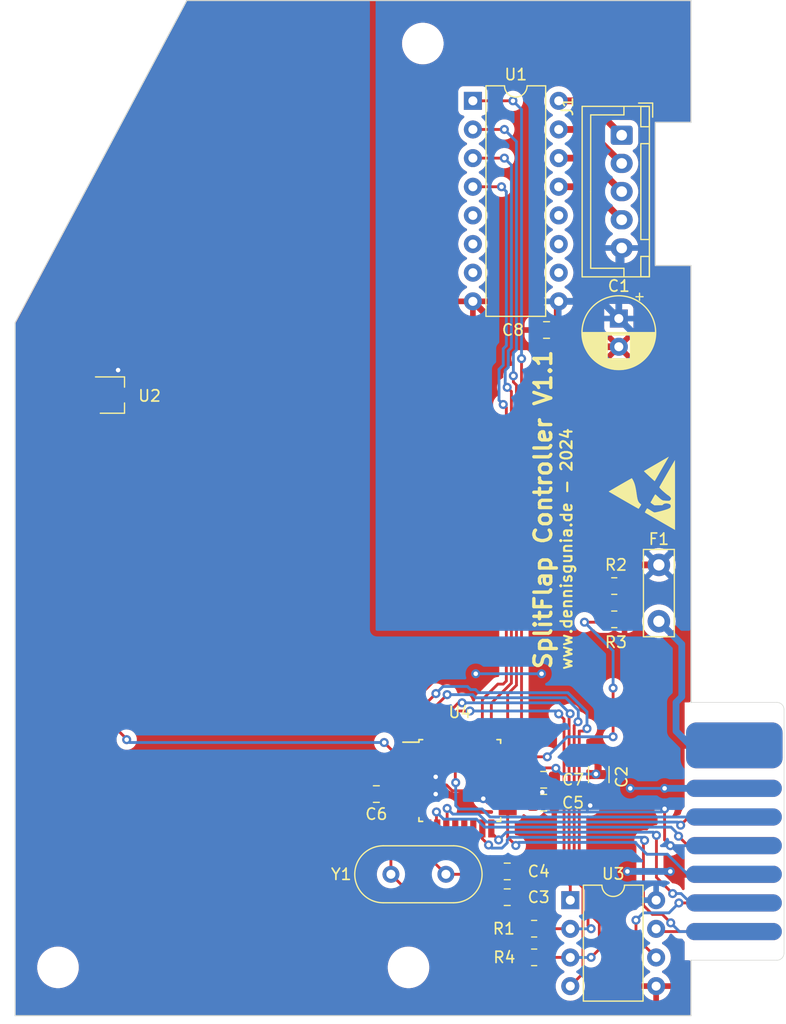
<source format=kicad_pcb>
(kicad_pcb (version 20240108) (generator "pcbnew") (generator_version "8.0")
  (layers (0 "F.Cu" signal) (31 "B.Cu" signal) (34 "B.Paste" user) (35 "F.Paste" user) (36 "B.SilkS" user "B.Silkscreen") (37 "F.SilkS" user "F.Silkscreen") (38 "B.Mask" user) (39 "F.Mask" user) (44 "Edge.Cuts" user))
  (net 0 "")
  (net 1 "+12V")
  (net 2 "GND")
  (net 3 "+5V")
  (net 4 "Net-(J1-Pin_2)")
  (net 5 "Net-(J1-Pin_3)")
  (net 6 "Net-(J1-Pin_4)")
  (net 7 "/BUS_HIGH")
  (net 8 "/BUS_LOW")
  (net 9 "/BUS_RESET")
  (net 10 "/BUS_DETC_IN")
  (net 11 "/BUS_DETC_OUT")
  (net 12 "/GATE_HOME")
  (net 13 "/MOT_A")
  (net 14 "/MOT_B")
  (net 15 "/MOT_C")
  (net 16 "/MOT_D")
  (net 23 "/BUS_RX")
  (net 24 "/BUS_TX")
  (net 25 "/PRG_MOSI")
  (net 26 "/PRG_MISO")
  (net 27 "/PRG_SCK")
  (net 28 "Net-(U4-PB6{slash}XTAL1)")
  (net 29 "Net-(U4-PB7{slash}XTAL2)")
  (net 37 "Net-(J6-Pin_15)")
  (net 38 "Net-(U4-ADC7)")
  (net 39 "Net-(U4-AREF)")
  (net 40 "Net-(J1-Pin_1)")
  (net 41 "/~{BUS_RXE}")
  (net 42 "/~{BUS_TXE}")
  (footprint "Capacitor_SMD:C_1206_3216Metric" (layer "F.Cu") (at 138.176 105.459 90)
    (property "Reference" "C2")
    (property "Value" "10u 16V")
  )
  (footprint "Capacitor_SMD:C_0805_2012Metric" (layer "F.Cu") (at 133.538 66.04 180)
    (property "Reference" "C8")
    (property "Value" "100n")
  )
  (footprint "Capacitor_SMD:C_0805_2012Metric" (layer "F.Cu") (at 130.048 116.332 180)
    (property "Reference" "C3")
    (property "Value" "22p")
  )
  (footprint "Resistor_SMD:R_0805_2012Metric" (layer "F.Cu") (at 139.5495 88.744)
    (property "Reference" "R2")
    (property "Value" "10k")
  )
  (footprint "Crystal:Crystal_HC49-U_Vertical" (layer "F.Cu") (at 119.724 114.3)
    (property "Reference" "Y1")
    (property "Value" "16MHz")
  )
  (footprint "Dennis:Card Edge 16 power" (layer "F.Cu") (at 150.175 119.38 90)
    (property "Reference" "J6" (hide yes))
    (property "Value" "Conn_02x08_Top_Bottom" (hide yes))
    (fp_line (start -2.54 -3.81) (end -2.54 3.81) (stroke (width 0.05)) (layer "Edge.Cuts"))
    (fp_line (start 20.32 3.81) (end 20.32 -3.81) (stroke (width 0.05)) (layer "Edge.Cuts"))
    (fp_line (start -1.905 4.445) (end 19.685 4.445) (stroke (width 0.05)) (layer "Edge.Cuts"))
    (fp_arc (start 20.32 3.81) (mid 20.134013 4.259013) (end 19.685 4.445) (stroke (width 0.05)) (layer "Edge.Cuts"))
    (fp_arc (start -1.905 4.445) (mid -2.354013 4.259013) (end -2.54 3.81) (stroke (width 0.05)) (layer "Edge.Cuts"))
  )
  (footprint "Package_QFP:TQFP-32_7x7mm_P0.8mm" (layer "F.Cu") (at 125.838 105.986)
    (property "Reference" "U4")
    (property "Value" "ATmega8A-A")
  )
  (footprint "Capacitor_THT:CP_Radial_D6.3mm_P2.50mm" (layer "F.Cu") (at 139.954 65.024 -90)
    (property "Reference" "C1")
    (property "Value" "10u 35V")
  )
  (footprint "Resistor_SMD:R_0805_2012Metric" (layer "F.Cu") (at 132.4375 119.126 180)
    (property "Reference" "R1")
    (property "Value" "10k")
  )
  (footprint "Capacitor_SMD:C_0805_2012Metric" (layer "F.Cu") (at 130.048 114.046 180)
    (property "Reference" "C4")
    (property "Value" "22p")
  )
  (footprint "Package_DIP:DIP-16_W7.62mm" (layer "F.Cu") (at 127 45.72)
    (property "Reference" "U1")
    (property "Value" "ULN2003")
  )
  (footprint "Resistor_SMD:R_0805_2012Metric" (layer "F.Cu") (at 132.4375 121.666 180)
    (property "Reference" "R4")
    (property "Value" "10k")
  )
  (footprint "MountingHole:MountingHole_3.2mm_M3" (layer "F.Cu") (at 122.555 40.64)
    (property "Reference" "H3" (hide yes))
    (property "Value" "MountingHole")
  )
  (footprint "Capacitor_SMD:C_0805_2012Metric" (layer "F.Cu") (at 118.43 107.188)
    (property "Reference" "C6")
    (property "Value" "100n")
  )
  (footprint "Package_TO_SOT_SMD:SOT-23W" (layer "F.Cu") (at 95 71.81)
    (property "Reference" "U2")
    (property "Value" "A1101ELHL")
  )
  (footprint "MountingHole:MountingHole_3.2mm_M3" (layer "F.Cu") (at 121.285 122.555)
    (property "Reference" "H1" (hide yes))
    (property "Value" "MountingHole")
  )
  (footprint "Capacitor_SMD:C_0805_2012Metric" (layer "F.Cu") (at 133.284 107.95 180)
    (property "Reference" "C5")
    (property "Value" "100n")
  )
  (footprint "Package_DIP:DIP-8_W7.62mm" (layer "F.Cu") (at 135.646 116.596)
    (property "Reference" "U3")
    (property "Value" "SN75176AP")
  )
  (footprint "Capacitor_SMD:C_0805_2012Metric" (layer "F.Cu") (at 133.284 105.918 180)
    (property "Reference" "C7")
    (property "Value" "100n")
  )
  (footprint "Connector_JST:JST_XH_B5B-XH-A_1x05_P2.50mm_Vertical" (layer "F.Cu") (at 140.208 48.768 -90)
    (property "Reference" "J1")
    (property "Value" "JST05_StepperMotor")
  )
  (footprint "Resistor_SMD:R_0805_2012Metric" (layer "F.Cu") (at 139.5495 91.694)
    (property "Reference" "R3")
    (property "Value" "1k")
  )
  (footprint "Symbol:ESD-Logo_6.6x6mm_SilkScreen" (layer "F.Cu") (at 141.986 80.518 90)
    (property "Reference" "REF**" (hide yes))
    (property "Value" "ESD-Logo_6.6x6mm_SilkScreen" (hide yes))
  )
  (footprint "Capacitor_THT:C_Disc_D7.5mm_W2.5mm_P5.00mm" (layer "F.Cu") (at 143.51 91.868 90)
    (property "Reference" "F1")
    (property "Value" "Polyfuse 10ma/20mA")
  )
  (footprint "MountingHole:MountingHole_3.2mm_M3" (layer "F.Cu") (at 90.17 122.555)
    (property "Reference" "H2" (hide yes))
    (property "Value" "MountingHole")
  )
  (gr_line (start 86.36 126.83) (end 146.36 126.83) (stroke (width 0.1)) (layer "Edge.Cuts"))
  (gr_line (start 143.19 47.625) (end 146.365 47.625) (stroke (width 0.1)) (layer "Edge.Cuts"))
  (gr_line (start 146.36 126.83) (end 146.365 121.92) (stroke (width 0.1)) (layer "Edge.Cuts"))
  (gr_line (start 146.36 36.83) (end 146.365 47.625) (stroke (width 0.1)) (layer "Edge.Cuts"))
  (gr_line (start 146.365 99.06) (end 146.36 60.325) (stroke (width 0.1)) (layer "Edge.Cuts"))
  (gr_line (start 101.6 36.83) (end 146.36 36.83) (stroke (width 0.1)) (layer "Edge.Cuts"))
  (gr_line (start 86.36 126.83) (end 86.36 65.405) (stroke (width 0.1)) (layer "Edge.Cuts"))
  (gr_line (start 86.36 65.405) (end 101.6 36.83) (stroke (width 0.1)) (layer "Edge.Cuts"))
  (gr_line (start 143.19 60.325) (end 143.19 47.625) (stroke (width 0.1)) (layer "Edge.Cuts"))
  (gr_line (start 146.36 60.325) (end 143.19 60.325) (stroke (width 0.1)) (layer "Edge.Cuts"))
  (gr_text "SplitFlap Controller V1.1" (at 134.112 96.266 90) (layer "F.SilkS") (effects (font (size 1.5 1.5) (thickness 0.3) (bold yes)) (justify left bottom)))
  (gr_text "www.dennisgunia.de - 2024" (at 135.89 96.266 90) (layer "F.SilkS") (effects (font (size 1 1) (thickness 0.1875)) (justify left bottom)))
  (segment (start 138.637 88.744) (end 140.513 86.868) (width 0.6) (layer "F.Cu") (net 1))
  (segment (start 140.208 64.77) (end 139.954 65.024) (width 0.6) (layer "F.Cu") (net 1))
  (segment (start 134.488 66.04) (end 134.488 63.632) (width 0.6) (layer "F.Cu") (net 1))
  (segment (start 140.513 86.868) (end 143.51 86.868) (width 0.6) (layer "F.Cu") (net 1))
  (segment (start 134.488 63.632) (end 134.62 63.5) (width 0.6) (layer "F.Cu") (net 1))
  (segment (start 145.542 84.836) (end 143.51 86.868) (width 0.6) (layer "B.Cu") (net 1))
  (segment (start 145.542 70.612) (end 145.542 84.836) (width 0.6) (layer "B.Cu") (net 1))
  (segment (start 138.43 63.5) (end 139.954 65.024) (width 0.6) (layer "B.Cu") (net 1))
  (segment (start 145.542 70.612) (end 139.954 65.024) (width 0.6) (layer "B.Cu") (net 1))
  (segment (start 139.954 59.022) (end 140.208 58.768) (width 0.6) (layer "B.Cu") (net 1))
  (segment (start 134.62 63.5) (end 138.43 63.5) (width 0.6) (layer "B.Cu") (net 1))
  (segment (start 139.954 65.024) (end 139.954 59.022) (width 0.6) (layer "B.Cu") (net 1))
  (segment (start 121.402695 99.314) (end 118.364 99.314) (width 0.25) (layer "F.Cu") (net 2))
  (segment (start 140.97 106.68) (end 140.462 106.68) (width 0.25) (layer "F.Cu") (net 2))
  (segment (start 140.462 106.68) (end 139.192 105.41) (width 0.25) (layer "F.Cu") (net 2))
  (segment (start 150.175 114.3) (end 144.78 114.3) (width 0.6) (layer "F.Cu") (net 2))
  (segment (start 127.254 96.52) (end 124.196695 96.52) (width 0.25) (layer "F.Cu") (net 2))
  (segment (start 134.332 104.868) (end 134.366 104.902) (width 0.25) (layer "F.Cu") (net 2))
  (segment (start 130.088 105.586) (end 131.1209 105.586) (width 0.25) (layer "F.Cu") (net 2))
  (segment (start 124.196695 96.52) (end 121.402695 99.314) (width 0.25) (layer "F.Cu") (net 2))
  (segment (start 125.175695 106.897) (end 127.727 106.897) (width 0.25) (layer "F.Cu") (net 2))
  (segment (start 139.192 105.41) (end 137.922 105.41) (width 0.25) (layer "F.Cu") (net 2))
  (segment (start 134.366 104.902) (end 134.366 105.786) (width 0.25) (layer "F.Cu") (net 2))
  (segment (start 144.78 106.68) (end 144.018 106.68) (width 0.25) (layer "F.Cu") (net 2))
  (segment (start 131.1209 105.586) (end 131.8389 104.868) (width 0.25) (layer "F.Cu") (net 2))
  (segment (start 132.588 66.04) (end 132.588 67.524) (width 0.6) (layer "F.Cu") (net 2))
  (segment (start 150.209 102.87) (end 145.542 102.87) (width 0.6) (layer "F.Cu") (net 2))
  (segment (start 120.463 104.902) (end 120.463 106.311) (width 0.25) (layer "F.Cu") (net 2))
  (segment (start 137.922 105.41) (end 137.922 104.238) (width 0.25) (layer "F.Cu") (net 2))
  (segment (start 144.78 114.3) (end 144.526 114.046) (width 0.6) (layer "F.Cu") (net 2))
  (segment (start 120.463 104.861) (end 120.463 104.902) (width 0.25) (layer "F.Cu") (net 2))
  (segment (start 144.526 98.338) (end 142.748 96.56) (width 0.6) (layer "F.Cu") (net 2))
  (segment (start 129.038 105.586) (end 130.088 105.586) (width 0.25) (layer "F.Cu") (net 2))
  (segment (start 137.922 104.238) (end 138.176 103.984) (width 0.25) (layer "F.Cu") (net 2))
  (segment (start 121.588 106.386) (end 124.664695 106.386) (width 0.25) (layer "F.Cu") (net 2))
  (segment (start 134.366 105.786) (end 134.234 105.918) (width 0.25) (layer "F.Cu") (net 2))
  (segment (start 131.024 67.524) (end 127 63.5) (width 0.6) (layer "F.Cu") (net 2))
  (segment (start 132.588 67.524) (end 131.024 67.524) (width 0.6) (layer "F.Cu") (net 2))
  (segment (start 145.542 102.87) (end 144.526 101.854) (width 0.6) (layer "F.Cu") (net 2))
  (segment (start 150.175 106.68) (end 144.78 106.68) (width 0.25) (layer "F.Cu") (net 2))
  (segment (start 144.526 101.854) (end 144.526 98.338) (width 0.6) (layer "F.Cu") (net 2))
  (segment (start 127.727 106.897) (end 129.038 105.586) (width 0.25) (layer "F.Cu") (net 2))
  (segment (start 142.748 96.56) (end 133.136 96.56) (width 0.25) (layer "F.Cu") (net 2))
  (segment (start 117.348 100.33) (end 117.348 103.886) (width 0.25) (layer "F.Cu") (net 2))
  (segment (start 117.348 103.886) (end 118.364 104.902) (width 0.25) (layer "F.Cu") (net 2))
  (segment (start 118.364 99.314) (end 117.348 100.33) (width 0.25) (layer "F.Cu") (net 2))
  (segment (start 131.8389 104.868) (end 134.332 104.868) (width 0.25) (layer "F.Cu") (net 2))
  (segment (start 134.234 107.95) (end 134.234 105.918) (width 0.25) (layer "F.Cu") (net 2))
  (segment (start 139.954 67.524) (end 132.588 67.524) (width 0.6) (layer "F.Cu") (net 2))
  (segment (start 118.364 104.902) (end 120.463 104.902) (width 0.25) (layer "F.Cu") (net 2))
  (segment (start 133.136 96.56) (end 133.096 96.52) (width 0.25) (layer "F.Cu") (net 2))
  (segment (start 124.664695 106.386) (end 125.175695 106.897) (width 0.25) (layer "F.Cu") (net 2))
  (segment (start 120.538 104.786) (end 120.463 104.861) (width 0.25) (layer "F.Cu") (net 2))
  (segment (start 120.538 106.386) (end 121.588 106.386) (width 0.25) (layer "F.Cu") (net 2))
  (segment (start 120.463 106.311) (end 120.538 106.386) (width 0.25) (layer "F.Cu") (net 2))
  (segment (start 121.588 104.786) (end 120.538 104.786) (width 0.25) (layer "F.Cu") (net 2))
  (via (at 134.366 104.902) (size 0.8) (drill 0.4) (layers "F.Cu" "B.Cu") (net 2))
  (via (at 144.526 114.046) (size 0.8) (drill 0.4) (layers "F.Cu" "B.Cu") (net 2))
  (via (at 127.254 96.52) (size 0.8) (drill 0.4) (layers "F.Cu" "B.Cu") (net 2))
  (via (at 133.096 96.52) (size 0.8) (drill 0.4) (layers "F.Cu" "B.Cu") (net 2))
  (via (at 140.97 106.68) (size 0.8) (drill 0.4) (layers "F.Cu" "B.Cu") (net 2))
  (via (at 144.018 106.68) (size 0.8) (drill 0.4) (layers "F.Cu" "B.Cu") (net 2))
  (via (at 137.922 105.41) (size 0.8) (drill 0.4) (layers "F.Cu" "B.Cu") (net 2))
  (via (at 140.716 114.046) (size 0.8) (drill 0.4) (layers "F.Cu" "B.Cu") (net 2))
  (segment (start 144.018 106.68) (end 140.97 106.68) (width 0.25) (layer "B.Cu") (net 2))
  (segment (start 144.526 114.046) (end 140.716 114.046) (width 0.6) (layer "B.Cu") (net 2))
  (segment (start 133.096 96.52) (end 127.254 96.52) (width 0.25) (layer "B.Cu") (net 2))
  (segment (start 150.175 106.68) (end 144.018 106.68) (width 0.6) (layer "B.Cu") (net 2))
  (segment (start 137.922 105.41) (end 134.874 105.41) (width 0.25) (layer "B.Cu") (net 2))
  (segment (start 134.874 105.41) (end 134.366 104.902) (width 0.25) (layer "B.Cu") (net 2))
  (segment (start 128.313998 107.986) (end 130.088 107.986) (width 0.25) (layer "F.Cu") (net 3))
  (segment (start 138.647 107.405) (end 138.176 106.934) (width 0.25) (layer "F.Cu") (net 3))
  (segment (start 144.018 111.252) (end 144.526 111.76) (width 0.25) (layer "F.Cu") (net 3))
  (segment (start 123.698 107.188) (end 121.59 107.188) (width 0.25) (layer "F.Cu") (net 3))
  (segment (start 138.176 106.934) (end 138.176 107.442) (width 0.25) (layer "F.Cu") (net 3))
  (segment (start 133.159089 107.025008) (end 133.159089 107.124911) (width 0.25) (layer "F.Cu") (net 3))
  (segment (start 138.176 107.442) (end 137.414 108.204) (width 0.25) (layer "F.Cu") (net 3))
  (segment (start 144.018 108.4955) (end 144.018 111.252) (width 0.25) (layer "F.Cu") (net 3))
  (segment (start 121.588 107.186) (end 119.382 107.186) (width 0.25) (layer "F.Cu") (net 3))
  (segment (start 130.088 107.986) (end 132.486 107.986) (width 0.25) (layer "F.Cu") (net 3))
  (segment (start 127.922596 107.594598) (end 128.313998 107.986) (width 0.25) (layer "F.Cu") (net 3))
  (segment (start 94.24 70.86) (end 95.504 69.596) (width 0.25) (layer "F.Cu") (net 3))
  (segment (start 121.588 105.586) (end 123.6225 105.586) (width 0.25) (layer "F.Cu") (net 3))
  (segment (start 123.6225 105.586) (end 123.698 105.6615) (width 0.25) (layer "F.Cu") (net 3))
  (segment (start 121.59 107.188) (end 121.588 107.186) (width 0.25) (layer "F.Cu") (net 3))
  (segment (start 93.8 70.86) (end 94.24 70.86) (width 0.25) (layer "F.Cu") (net 3))
  (segment (start 119.382 107.186) (end 119.38 107.188) (width 0.25) (layer "F.Cu") (net 3))
  (segment (start 133.159089 107.124911) (end 132.334 107.95) (width 0.25) (layer "F.Cu") (net 3))
  (via (at 144.018 108.4955) (size 0.8) (drill 0.4) (layers "F.Cu" "B.Cu") (net 3))
  (via (at 123.698 107.188) (size 0.8) (drill 0.4) (layers "F.Cu" "B.Cu") (net 3))
  (via (at 127.922596 107.594598) (size 0.8) (drill 0.4) (layers "F.Cu" "B.Cu") (net 3))
  (via (at 137.414 108.204) (size 0.8) (drill 0.4) (layers "F.Cu" "B.Cu") (net 3))
  (via (at 144.526 111.76) (size 0.8) (drill 0.4) (layers "F.Cu" "B.Cu") (net 3))
  (via (at 95.504 69.596) (size 0.8) (drill 0.4) (layers "F.Cu" "B.Cu") (net 3))
  (via (at 133.159089 107.025008) (size 0.8) (drill 0.4) (layers "F.Cu" "B.Cu") (net 3))
  (via (at 123.698 105.6615) (size 0.8) (drill 0.4) (layers "F.Cu" "B.Cu") (net 3))
  (segment (start 123.698 105.6615) (end 123.9125 105.447) (width 0.25) (layer "B.Cu") (net 3))
  (segment (start 135.948 108.77) (end 137.16 108.77) (width 0.25) (layer "B.Cu") (net 3))
  (segment (start 126.238 104.902) (end 127.922596 106.586596) (width 0.25) (layer "B.Cu") (net 3))
  (segment (start 133.096 107.088097) (end 133.159089 107.025008) (width 0.25) (layer "B.Cu") (net 3))
  (segment (start 124.46 105.41) (end 124.968 104.902) (width 0.25) (layer "B.Cu") (net 3))
  (segment (start 143.7435 108.77) (end 144.018 108.4955) (width 0.25) (layer "B.Cu") (net 3))
  (segment (start 137.16 108.77) (end 143.256 108.77) (width 0.25) (layer "B.Cu") (net 3))
  (segment (start 123.698 105.6615) (end 123.698 107.188) (width 0.25) (layer "B.Cu") (net 3))
  (segment (start 127.922596 106.586596) (end 127.922596 107.594598) (width 0.25) (layer "B.Cu") (net 3))
  (segment (start 124.968 104.902) (end 126.238 104.902) (width 0.25) (layer "B.Cu") (net 3))
  (segment (start 137.16 108.458) (end 137.16 108.77) (width 0.25) (layer "B.Cu") (net 3))
  (segment (start 123.9125 105.447) (end 124.46 105.447) (width 0.25) (layer "B.Cu") (net 3))
  (segment (start 137.414 108.204) (end 137.16 108.458) (width 0.25) (layer "B.Cu") (net 3))
  (segment (start 143.256 108.77) (end 143.7435 108.77) (width 0.25) (layer "B.Cu") (net 3))
  (segment (start 124.46 105.447) (end 124.46 105.41) (width 0.25) (layer "B.Cu") (net 3))
  (segment (start 135.948 108.77) (end 133.408 108.77) (width 0.25) (layer "B.Cu") (net 3))
  (segment (start 133.408 108.77) (end 133.096 108.458) (width 0.25) (layer "B.Cu") (net 3))
  (segment (start 144.526 111.76) (end 150.175 111.76) (width 0.25) (layer "B.Cu") (net 3))
  (segment (start 133.096 108.458) (end 133.096 107.088097) (width 0.25) (layer "B.Cu") (net 3))
  (segment (start 137.2 48.26) (end 140.208 51.268) (width 0.6) (layer "F.Cu") (net 4))
  (segment (start 134.62 48.26) (end 137.2 48.26) (width 0.6) (layer "F.Cu") (net 4))
  (segment (start 137.24 50.8) (end 140.208 53.768) (width 0.6) (layer "F.Cu") (net 5))
  (segment (start 134.62 50.8) (end 137.24 50.8) (width 0.6) (layer "F.Cu") (net 5))
  (segment (start 134.62 53.34) (end 137.28 53.34) (width 0.6) (layer "F.Cu") (net 6))
  (segment (start 137.28 53.34) (end 140.208 56.268) (width 0.6) (layer "F.Cu") (net 6))
  (segment (start 143.51 119.38) (end 143.266 119.136) (width 0.25) (layer "F.Cu") (net 7))
  (segment (start 150.175 119.38) (end 143.51 119.38) (width 0.25) (layer "F.Cu") (net 7))
  (segment (start 150.175 116.84) (end 145.288 116.84) (width 0.25) (layer "F.Cu") (net 8))
  (segment (start 141.478 119.888) (end 143.266 121.676) (width 0.25) (layer "F.Cu") (net 8))
  (segment (start 141.478 118.364) (end 141.478 119.888) (width 0.25) (layer "F.Cu") (net 8))
  (via (at 141.478 118.364) (size 0.8) (drill 0.4) (layers "F.Cu" "B.Cu") (net 8))
  (via (at 145.288 116.84) (size 0.8) (drill 0.4) (layers "F.Cu" "B.Cu") (net 8))
  (segment (start 145.288 116.84) (end 144.407 117.721) (width 0.25) (layer "B.Cu") (net 8))
  (segment (start 142.121 117.721) (end 141.478 118.364) (width 0.25) (layer "B.Cu") (net 8))
  (segment (start 144.407 117.721) (end 142.121 117.721) (width 0.25) (layer "B.Cu") (net 8))
  (segment (start 125.476 106.172) (end 125.438 106.134) (width 0.25) (layer "F.Cu") (net 9))
  (segment (start 125.438 106.134) (end 125.438 101.736) (width 0.25) (layer "F.Cu") (net 9))
  (via (at 125.476 106.172) (size 0.8) (drill 0.4) (layers "F.Cu" "B.Cu") (net 9))
  (segment (start 150.175 109.22) (end 128.524 109.22) (width 0.25) (layer "B.Cu") (net 9))
  (segment (start 128.524 109.22) (end 127.815198 108.511198) (width 0.25) (layer "B.Cu") (net 9))
  (segment (start 125.783198 108.511198) (end 125.476 108.204) (width 0.25) (layer "B.Cu") (net 9))
  (segment (start 127.815198 108.511198) (end 125.783198 108.511198) (width 0.25) (layer "B.Cu") (net 9))
  (segment (start 125.476 108.204) (end 125.476 106.172) (width 0.25) (layer "B.Cu") (net 9))
  (segment (start 150.175 109.22) (end 146.166987 109.22) (width 0.25) (layer "F.Cu") (net 10))
  (segment (start 146.166987 109.22) (end 145.442487 109.9445) (width 0.25) (layer "F.Cu") (net 10))
  (segment (start 124.714 110.16) (end 124.638 110.236) (width 0.25) (layer "F.Cu") (net 10))
  (segment (start 124.714 108.458) (end 124.714 110.16) (width 0.25) (layer "F.Cu") (net 10))
  (via (at 124.714 108.458) (size 0.8) (drill 0.4) (layers "F.Cu" "B.Cu") (net 10))
  (via (at 145.442487 109.9445) (size 0.8) (drill 0.4) (layers "F.Cu" "B.Cu") (net 10))
  (segment (start 125.217198 108.961198) (end 124.714 108.458) (width 0.25) (layer "B.Cu") (net 10))
  (segment (start 127.503198 108.961198) (end 125.217198 108.961198) (width 0.25) (layer "B.Cu") (net 10))
  (segment (start 145.442487 109.9445) (end 145.167987 109.67) (width 0.25) (layer "B.Cu") (net 10))
  (segment (start 145.167987 109.67) (end 128.212 109.67) (width 0.25) (layer "B.Cu") (net 10))
  (segment (start 128.212 109.67) (end 127.503198 108.961198) (width 0.25) (layer "B.Cu") (net 10))
  (segment (start 146.087011 111.76) (end 145.252861 110.92585) (width 0.25) (layer "F.Cu") (net 11))
  (segment (start 123.765788 108.77407) (end 123.765788 110.163788) (width 0.25) (layer "F.Cu") (net 11))
  (segment (start 123.765788 110.163788) (end 123.838 110.236) (width 0.25) (layer "F.Cu") (net 11))
  (segment (start 150.175 111.76) (end 146.087011 111.76) (width 0.25) (layer "F.Cu") (net 11))
  (via (at 123.765788 108.77407) (size 0.8) (drill 0.4) (layers "F.Cu" "B.Cu") (net 11))
  (via (at 145.252861 110.92585) (size 0.8) (drill 0.4) (layers "F.Cu" "B.Cu") (net 11))
  (segment (start 124.402916 109.411198) (end 123.765788 108.77407) (width 0.25) (layer "B.Cu") (net 11))
  (segment (start 144.717487 110.244805) (end 144.592682 110.12) (width 0.25) (layer "B.Cu") (net 11))
  (segment (start 145.252861 110.780179) (end 144.717487 110.244805) (width 0.25) (layer "B.Cu") (net 11))
  (segment (start 145.252861 110.92585) (end 145.252861 110.780179) (width 0.25) (layer "B.Cu") (net 11))
  (segment (start 131.064 110.12) (end 128.025604 110.12) (width 0.25) (layer "B.Cu") (net 11))
  (segment (start 127.316802 109.411198) (end 124.402916 109.411198) (width 0.25) (layer "B.Cu") (net 11))
  (segment (start 144.592682 110.12) (end 131.064 110.12) (width 0.25) (layer "B.Cu") (net 11))
  (segment (start 128.025604 110.12) (end 127.316802 109.411198) (width 0.25) (layer "B.Cu") (net 11))
  (segment (start 96.266 102.362) (end 96.266 102.312) (width 0.25) (layer "F.Cu") (net 12))
  (segment (start 121.588 103.986) (end 120.496 103.986) (width 0.25) (layer "F.Cu") (net 12))
  (segment (start 95.3 74.168) (end 95.3 98.806) (width 0.25) (layer "F.Cu") (net 12))
  (segment (start 93.8 72.76) (end 94.35 72.76) (width 0.25) (layer "F.Cu") (net 12))
  (segment (start 94.35 72.76) (end 95.3 73.71) (width 0.25) (layer "F.Cu") (net 12))
  (segment (start 96.266 102.312) (end 95.3 101.346) (width 0.25) (layer "F.Cu") (net 12))
  (segment (start 95.3 98.806) (end 95.3 101.346) (width 0.25) (layer "F.Cu") (net 12))
  (segment (start 95.3 73.71) (end 95.3 74.168) (width 0.25) (layer "F.Cu") (net 12))
  (segment (start 120.496 103.986) (end 119.126 102.616) (width 0.25) (layer "F.Cu") (net 12))
  (via (at 96.266 102.362) (size 0.8) (drill 0.4) (layers "F.Cu" "B.Cu") (net 12))
  (via (at 119.126 102.616) (size 0.8) (drill 0.4) (layers "F.Cu" "B.Cu") (net 12))
  (segment (start 119.126 102.616) (end 96.52 102.616) (width 0.25) (layer "B.Cu") (net 12))
  (segment (start 96.52 102.616) (end 96.266 102.362) (width 0.25) (layer "B.Cu") (net 12))
  (segment (start 130.088 103.986) (end 131.138 103.986) (width 0.25) (layer "F.Cu") (net 13))
  (segment (start 130.556 45.72) (end 127 45.72) (width 0.25) (layer "F.Cu") (net 13))
  (segment (start 131.318 103.806) (end 131.318 74.676) (width 0.25) (layer "F.Cu") (net 13))
  (segment (start 131.138 103.986) (end 131.318 103.806) (width 0.25) (layer "F.Cu") (net 13))
  (segment (start 131.318 74.676) (end 131.318 68.58) (width 0.25) (layer "F.Cu") (net 13))
  (via (at 131.318 68.58) (size 0.8) (drill 0.4) (layers "F.Cu" "B.Cu") (net 13))
  (via (at 130.556 45.72) (size 0.8) (drill 0.4) (layers "F.Cu" "B.Cu") (net 13))
  (segment (start 131.318 68.58) (end 131.318 46.482) (width 0.25) (layer "B.Cu") (net 13))
  (segment (start 131.318 46.482) (end 130.556 45.72) (width 0.25) (layer "B.Cu") (net 13))
  (segment (start 130.088 98.316) (end 130.868 97.536) (width 0.25) (layer "F.Cu") (net 14))
  (segment (start 129.794 48.26) (end 127 48.26) (width 0.25) (layer "F.Cu") (net 14))
  (segment (start 130.868 70.924) (end 130.81 70.866) (width 0.25) (layer "F.Cu") (net 14))
  (segment (start 130.81 70.866) (end 130.593 70.649) (width 0.25) (layer "F.Cu") (net 14))
  (segment (start 130.593 70.649) (end 130.593 70.104) (width 0.25) (layer "F.Cu") (net 14))
  (segment (start 130.868 79.248) (end 130.868 70.924) (width 0.25) (layer "F.Cu") (net 14))
  (segment (start 130.868 97.536) (end 130.868 79.248) (width 0.25) (layer "F.Cu") (net 14))
  (segment (start 130.088 103.186) (end 130.088 98.316) (width 0.25) (layer "F.Cu") (net 14))
  (via (at 129.794 48.26) (size 0.8) (drill 0.4) (layers "F.Cu" "B.Cu") (net 14))
  (via (at 130.593 70.104) (size 0.8) (drill 0.4) (layers "F.Cu" "B.Cu") (net 14))
  (segment (start 130.868 49.334) (end 130.868 67.797) (width 0.25) (layer "B.Cu") (net 14))
  (segment (start 129.794 48.26) (end 130.868 49.334) (width 0.25) (layer "B.Cu") (net 14))
  (segment (start 130.593 68.072) (end 130.593 70.104) (width 0.25) (layer "B.Cu") (net 14))
  (segment (start 130.868 67.797) (end 130.593 68.072) (width 0.25) (layer "B.Cu") (net 14))
  (segment (start 130.418 97.349604) (end 130.418 79.756) (width 0.25) (layer "F.Cu") (net 15))
  (segment (start 130.418 71.496597) (end 130.044461 71.123058) (width 0.25) (layer "F.Cu") (net 15))
  (segment (start 128.638 99.129604) (end 130.418 97.349604) (width 0.25) (layer "F.Cu") (net 15))
  (segment (start 129.794 50.8) (end 127 50.8) (width 0.25) (layer "F.Cu") (net 15))
  (segment (start 130.418 79.756) (end 130.418 72.136) (width 0.25) (layer "F.Cu") (net 15))
  (segment (start 130.418 72.136) (end 130.418 71.496597) (width 0.25) (layer "F.Cu") (net 15))
  (segment (start 128.638 101.736) (end 128.638 99.129604) (width 0.25) (layer "F.Cu") (net 15))
  (via (at 130.044461 71.123058) (size 0.8) (drill 0.4) (layers "F.Cu" "B.Cu") (net 15))
  (via (at 129.794 50.8) (size 0.8) (drill 0.4) (layers "F.Cu" "B.Cu") (net 15))
  (segment (start 130.418 67.610604) (end 130.143 67.885604) (width 0.25) (layer "B.Cu") (net 15))
  (segment (start 130.143 69.342) (end 129.868 69.617) (width 0.25) (layer "B.Cu") (net 15))
  (segment (start 129.868 69.617) (end 129.868 70.946597) (width 0.25) (layer "B.Cu") (net 15))
  (segment (start 129.868 70.946597) (end 130.044461 71.123058) (width 0.25) (layer "B.Cu") (net 15))
  (segment (start 130.418 51.424) (end 130.418 67.610604) (width 0.25) (layer "B.Cu") (net 15))
  (segment (start 130.143 67.885604) (end 130.143 69.342) (width 0.25) (layer "B.Cu") (net 15))
  (segment (start 129.794 50.8) (end 130.418 51.424) (width 0.25) (layer "B.Cu") (net 15))
  (segment (start 129.54 53.34) (end 127 53.34) (width 0.25) (layer "F.Cu") (net 16))
  (segment (start 127.838 98.811248) (end 127.929624 98.719624) (width 0.25) (layer "F.Cu") (net 16))
  (segment (start 129.968 97.163208) (end 129.694604 97.436604) (width 0.25) (layer "F.Cu") (net 16))
  (segment (start 129.968 72.919) (end 129.693 72.644) (width 0.25) (layer "F.Cu") (net 16))
  (segment (start 129.212645 97.436604) (end 127.929624 98.719624) (width 0.25) (layer "F.Cu") (net 16))
  (segment (start 129.694604 97.436604) (end 129.212645 97.436604) (width 0.25) (layer "F.Cu") (net 16))
  (segment (start 129.968 80.334396) (end 129.968 72.919) (width 0.25) (layer "F.Cu") (net 16))
  (segment (start 129.968 80.334396) (end 129.968 97.163208) (width 0.25) (layer "F.Cu") (net 16))
  (segment (start 127.838 101.736) (end 127.838 98.811248) (width 0.25) (layer "F.Cu") (net 16))
  (via (at 129.54 53.34) (size 0.8) (drill 0.4) (layers "F.Cu" "B.Cu") (net 16))
  (via (at 129.693 72.644) (size 0.8) (drill 0.4) (layers "F.Cu" "B.Cu") (net 16))
  (segment (start 129.693 67.699208) (end 129.693 69.155604) (width 0.25) (layer "B.Cu") (net 16))
  (segment (start 129.319461 72.270461) (end 129.693 72.644) (width 0.25) (layer "B.Cu") (net 16))
  (segment (start 129.693 69.155604) (end 129.319461 69.529143) (width 0.25) (layer "B.Cu") (net 16))
  (segment (start 129.968 67.424208) (end 129.693 67.699208) (width 0.25) (layer "B.Cu") (net 16))
  (segment (start 129.54 53.34) (end 129.968 53.768) (width 0.25) (layer "B.Cu") (net 16))
  (segment (start 129.968 53.768) (end 129.968 67.424208) (width 0.25) (layer "B.Cu") (net 16))
  (segment (start 129.319461 69.529143) (end 129.319461 72.270461) (width 0.25) (layer "B.Cu") (net 16))
  (segment (start 124.638 100.811) (end 125.627 99.822) (width 0.25) (layer "F.Cu") (net 23))
  (segment (start 135.091 114.761) (end 135.646 115.316) (width 0.25) (layer "F.Cu") (net 23))
  (segment (start 124.638 101.736) (end 124.638 100.811) (width 0.25) (layer "F.Cu") (net 23))
  (segment (start 134.62 100.076) (end 135.091 100.547) (width 0.25) (layer "F.Cu") (net 23))
  (segment (start 135.091 100.547) (end 135.091 114.761) (width 0.25) (layer "F.Cu") (net 23))
  (segment (start 135.646 115.316) (end 135.646 116.596) (width 0.25) (layer "F.Cu") (net 23))
  (segment (start 125.627 99.822) (end 126.746 99.822) (width 0.25) (layer "F.Cu") (net 23))
  (via (at 126.746 99.822) (size 0.8) (drill 0.4) (layers "F.Cu" "B.Cu") (net 23))
  (via (at 134.62 100.076) (size 0.8) (drill 0.4) (layers "F.Cu" "B.Cu") (net 23))
  (segment (start 126.746 99.822) (end 134.366 99.822) (width 0.25) (layer "B.Cu") (net 23))
  (segment (start 134.366 99.822) (end 134.62 100.076) (width 0.25) (layer "B.Cu") (net 23))
  (segment (start 123.838 101.736) (end 123.838 100.974604) (width 0.25) (layer "F.Cu") (net 24))
  (segment (start 136.771 123.091) (end 135.646 124.216) (width 0.25) (layer "F.Cu") (net 24))
  (segment (start 124.979302 99.833302) (end 125.715104 99.0975) (width 0.25) (layer "F.Cu") (net 24))
  (segment (start 135.541 100.154503) (end 135.541 114.253) (width 0.25) (layer "F.Cu") (net 24))
  (segment (start 123.838 100.974604) (end 124.979302 99.833302) (width 0.25) (layer "F.Cu") (net 24))
  (segment (start 135.541 114.253) (end 136.771 115.483) (width 0.25) (layer "F.Cu") (net 24))
  (segment (start 136.771 115.483) (end 136.771 123.091) (width 0.25) (layer "F.Cu") (net 24))
  (segment (start 135.632051 100.063452) (end 135.541 100.154503) (width 0.25) (layer "F.Cu") (net 24))
  (segment (start 125.715104 99.0975) (end 126.039245 99.0975) (width 0.25) (layer "F.Cu") (net 24))
  (via (at 135.632051 100.063452) (size 0.8) (drill 0.4) (layers "F.Cu" "B.Cu") (net 24))
  (via (at 126.039245 99.0975) (size 0.8) (drill 0.4) (layers "F.Cu" "B.Cu") (net 24))
  (segment (start 134.666099 99.0975) (end 135.632051 100.063452) (width 0.25) (layer "B.Cu") (net 24))
  (segment (start 126.039245 99.0975) (end 134.666099 99.0975) (width 0.25) (layer "B.Cu") (net 24))
  (segment (start 142.935009 117.856) (end 143.812524 117.856) (width 0.25) (layer "F.Cu") (net 25))
  (segment (start 142.141 111.3935) (end 142.141 117.061991) (width 0.25) (layer "F.Cu") (net 25))
  (segment (start 143.812524 117.856) (end 144.560387 118.603863) (width 0.25) (layer "F.Cu") (net 25))
  (segment (start 142.141 117.061991) (end 142.935009 117.856) (width 0.25) (layer "F.Cu") (net 25))
  (segment (start 127.838 111.146142) (end 128.393193 111.701335) (width 0.25) (layer "F.Cu") (net 25))
  (segment (start 127.838 110.236) (end 127.838 111.146142) (width 0.25) (layer "F.Cu") (net 25))
  (segment (start 142.24 111.2945) (end 142.141 111.3935) (width 0.25) (layer "F.Cu") (net 25))
  (via (at 142.24 111.2945) (size 0.8) (drill 0.4) (layers "F.Cu" "B.Cu") (net 25))
  (via (at 144.560387 118.603863) (size 0.8) (drill 0.4) (layers "F.Cu" "B.Cu") (net 25))
  (via (at 128.393193 111.701335) (size 0.8) (drill 0.4) (layers "F.Cu" "B.Cu") (net 25))
  (segment (start 128.668858 111.977) (end 129.586305 111.977) (width 0.25) (layer "B.Cu") (net 25))
  (segment (start 128.393193 111.701335) (end 128.668858 111.977) (width 0.25) (layer "B.Cu") (net 25))
  (segment (start 144.560387 118.603863) (end 145.336524 119.38) (width 0.25) (layer "B.Cu") (net 25))
  (segment (start 129.586305 111.977) (end 130.048 111.515305) (width 0.25) (layer "B.Cu") (net 25))
  (segment (start 145.336524 119.38) (end 150.175 119.38) (width 0.25) (layer "B.Cu") (net 25))
  (segment (start 142.24 111.02) (end 142.24 111.2945) (width 0.25) (layer "B.Cu") (net 25))
  (segment (start 130.048 111.515305) (end 130.048 111.252) (width 0.25) (layer "B.Cu") (net 25))
  (segment (start 130.048 111.252) (end 130.28 111.02) (width 0.25) (layer "B.Cu") (net 25))
  (segment (start 130.28 111.02) (end 142.24 111.02) (width 0.25) (layer "B.Cu") (net 25))
  (segment (start 143.2935 110.8445) (end 143.2935 114.568288) (width 0.25) (layer "F.Cu") (net 26))
  (segment (start 128.638 110.236) (end 128.638 110.604) (width 0.25) (layer "F.Cu") (net 26))
  (segment (start 143.2935 114.568288) (end 144.733576 116.008364) (width 0.25) (layer "F.Cu") (net 26))
  (segment (start 128.638 110.604) (end 129.286 111.252) (width 0.25) (layer "F.Cu") (net 26))
  (via (at 129.286 111.252) (size 0.8) (drill 0.4) (layers "F.Cu" "B.Cu") (net 26))
  (via (at 143.2935 110.8445) (size 0.8) (drill 0.4) (layers "F.Cu" "B.Cu") (net 26))
  (via (at 144.733576 116.008364) (size 0.8) (drill 0.4) (layers "F.Cu" "B.Cu") (net 26))
  (segment (start 150.175 116.84) (end 146.313305 116.84) (width 0.25) (layer "B.Cu") (net 26))
  (segment (start 130.302 110.57) (end 143.002 110.57) (width 0.25) (layer "B.Cu") (net 26))
  (segment (start 145.481669 116.008364) (end 144.733576 116.008364) (width 0.25) (layer "B.Cu") (net 26))
  (segment (start 129.286 111.252) (end 129.968 110.57) (width 0.25) (layer "B.Cu") (net 26))
  (segment (start 143.019 110.57) (end 143.2935 110.8445) (width 0.25) (layer "B.Cu") (net 26))
  (segment (start 129.968 110.57) (end 130.302 110.57) (width 0.25) (layer "B.Cu") (net 26))
  (segment (start 143.002 110.57) (end 143.019 110.57) (width 0.25) (layer "B.Cu") (net 26))
  (segment (start 146.313305 116.84) (end 145.481669 116.008364) (width 0.25) (layer "B.Cu") (net 26))
  (segment (start 130.088 111.0225) (end 130.088 108.786) (width 0.25) (layer "F.Cu") (net 27))
  (segment (start 130.81 111.7445) (end 130.088 111.0225) (width 0.25) (layer "F.Cu") (net 27))
  (via (at 130.81 111.7445) (size 0.8) (drill 0.4) (layers "F.Cu" "B.Cu") (net 27))
  (segment (start 141.442 111.47) (end 141.478 111.506) (width 0.25) (layer "B.Cu") (net 27))
  (segment (start 141.478 111.557805) (end 142.442196 112.522) (width 0.25) (layer "B.Cu") (net 27))
  (segment (start 142.442196 112.522) (end 144.272 112.522) (width 0.25) (layer "B.Cu") (net 27))
  (segment (start 130.81 111.7445) (end 131.0845 111.47) (width 0.25) (layer "B.Cu") (net 27))
  (segment (start 144.272 112.522) (end 146.05 114.3) (width 0.25) (layer "B.Cu") (net 27))
  (segment (start 141.478 111.506) (end 141.478 111.557805) (width 0.25) (layer "B.Cu") (net 27))
  (segment (start 146.05 114.3) (end 150.175 114.3) (width 0.25) (layer "B.Cu") (net 27))
  (segment (start 131.0845 111.47) (end 141.442 111.47) (width 0.25) (layer "B.Cu") (net 27))
  (segment (start 121.756 116.332) (end 119.724 114.3) (width 0.25) (layer "F.Cu") (net 28))
  (segment (start 121.588 107.986) (end 120.538 107.986) (width 0.25) (layer "F.Cu") (net 28))
  (segment (start 119.724 108.8) (end 119.724 114.3) (width 0.25) (layer "F.Cu") (net 28))
  (segment (start 120.538 107.986) (end 119.724 108.8) (width 0.25) (layer "F.Cu") (net 28))
  (segment (start 129.098 116.332) (end 121.756 116.332) (width 0.25) (layer "F.Cu") (net 28))
  (segment (start 128.844 114.3) (end 124.604 114.3) (width 0.25) (layer "F.Cu") (net 29))
  (segment (start 121.588 108.786) (end 121.588 111.284) (width 0.25) (layer "F.Cu") (net 29))
  (segment (start 129.098 114.046) (end 128.844 114.3) (width 0.25) (layer "F.Cu") (net 29))
  (segment (start 121.588 111.284) (end 124.604 114.3) (width 0.25) (layer "F.Cu") (net 29))
  (segment (start 149.955 102.616) (end 146.05 102.616) (width 0.6) (layer "B.Cu") (net 37))
  (segment (start 150.209 102.87) (end 149.955 102.616) (width 0.6) (layer "B.Cu") (net 37))
  (segment (start 145.542 93.9) (end 143.51 91.868) (width 0.6) (layer "B.Cu") (net 37))
  (segment (start 145.034 99.06) (end 145.542 98.552) (width 0.6) (layer "B.Cu") (net 37))
  (segment (start 146.304 102.87) (end 150.209 102.87) (width 0.6) (layer "B.Cu") (net 37))
  (segment (start 145.034 101.6) (end 146.304 102.87) (width 0.6) (layer "B.Cu") (net 37))
  (segment (start 145.034 101.6) (end 145.034 99.06) (width 0.6) (layer "B.Cu") (net 37))
  (segment (start 145.542 98.552) (end 145.542 93.9) (width 0.6) (layer "B.Cu") (net 37))
  (segment (start 138.637 91.694) (end 138.637 91.233) (width 0.6) (layer "F.Cu") (net 38))
  (segment (start 136.906 91.948) (end 138.383 91.948) (width 0.25) (layer "F.Cu") (net 38))
  (segment (start 139.446 102.108) (end 139.446 97.79) (width 0.25) (layer "F.Cu") (net 38))
  (segment (start 140.462 89.408) (end 140.462 88.744) (width 0.6) (layer "F.Cu") (net 38))
  (segment (start 131.284504 104.786) (end 132.184504 103.886) (width 0.25) (layer "F.Cu") (net 38))
  (segment (start 132.184504 103.886) (end 133.604 103.886) (width 0.25) (layer "F.Cu") (net 38))
  (segment (start 138.383 91.948) (end 138.637 91.694) (width 0.25) (layer "F.Cu") (net 38))
  (segment (start 138.637 91.233) (end 140.462 89.408) (width 0.6) (layer "F.Cu") (net 38))
  (segment (start 130.088 104.786) (end 131.284504 104.786) (width 0.25) (layer "F.Cu") (net 38))
  (via (at 136.906 91.948) (size 0.8) (drill 0.4) (layers "F.Cu" "B.Cu") (net 38))
  (via (at 139.446 102.108) (size 0.8) (drill 0.4) (layers "F.Cu" "B.Cu") (net 38))
  (via (at 139.446 97.79) (size 0.8) (drill 0.4) (layers "F.Cu" "B.Cu") (net 38))
  (via (at 133.604 103.886) (size 0.8) (drill 0.4) (layers "F.Cu" "B.Cu") (net 38))
  (segment (start 139.446 94.488) (end 136.906 91.948) (width 0.25) (layer "B.Cu") (net 38))
  (segment (start 135.382 102.108) (end 139.446 102.108) (width 0.25) (layer "B.Cu") (net 38))
  (segment (start 139.446 97.79) (end 139.446 94.488) (width 0.25) (layer "B.Cu") (net 38))
  (segment (start 133.604 103.886) (end 135.382 102.108) (width 0.25) (layer "B.Cu") (net 38))
  (segment (start 131.866 106.386) (end 130.088 106.386) (width 0.25) (layer "F.Cu") (net 39))
  (segment (start 132.334 105.918) (end 131.866 106.386) (width 0.25) (layer "F.Cu") (net 39))
  (segment (start 137.16 45.72) (end 140.208 48.768) (width 0.6) (layer "F.Cu") (net 40))
  (segment (start 134.62 45.72) (end 137.16 45.72) (width 0.6) (layer "F.Cu") (net 40))
  (segment (start 137.221 115.296604) (end 136.957396 115.033) (width 0.25) (layer "F.Cu") (net 41))
  (segment (start 137.221 118.851) (end 137.221 115.296604) (width 0.25) (layer "F.Cu") (net 41))
  (segment (start 124.714 98.3725) (end 123.038 100.0485) (width 0.25) (layer "F.Cu") (net 41))
  (segment (start 136.957396 115.033) (end 135.991 114.066604) (width 0.25) (layer "F.Cu") (net 41))
  (segment (start 123.038 100.0485) (end 123.038 101.736) (width 0.25) (layer "F.Cu") (net 41))
  (segment (start 135.991 101.346) (end 135.991 101.118672) (width 0.25) (layer "F.Cu") (net 41))
  (segment (start 133.35 119.126) (end 135.636 119.126) (width 0.25) (layer "F.Cu") (net 41))
  (segment (start 135.636 119.126) (end 135.646 119.136) (width 0.25) (layer "F.Cu") (net 41))
  (segment (start 135.991 111.252) (end 135.991 101.346) (width 0.25) (layer "F.Cu") (net 41))
  (segment (start 135.991 101.118672) (end 136.333246 100.776426) (width 0.25) (layer "F.Cu") (net 41))
  (segment (start 135.991 114.066604) (end 135.991 111.252) (width 0.25) (layer "F.Cu") (net 41))
  (segment (start 137.496 119.126) (end 137.221 118.851) (width 0.25) (layer "F.Cu") (net 41))
  (via (at 124.714 98.3725) (size 0.8) (drill 0.4) (layers "F.Cu" "B.Cu") (net 41))
  (via (at 137.496 119.126) (size 0.8) (drill 0.4) (layers "F.Cu" "B.Cu") (net 41))
  (via (at 136.333246 100.776426) (size 0.8) (drill 0.4) (layers "F.Cu" "B.Cu") (net 41))
  (segment (start 135.241404 98.6475) (end 133.858 98.6475) (width 0.25) (layer "B.Cu") (net 41))
  (segment (start 136.357051 100.752621) (end 136.357051 99.763147) (width 0.25) (layer "B.Cu") (net 41))
  (segment (start 127.254 98.6475) (end 126.979 98.3725) (width 0.25) (layer "B.Cu") (net 41))
  (segment (start 135.646 119.136) (end 137.486 119.136) (width 0.25) (layer "B.Cu") (net 41))
  (segment (start 126.979 98.3725) (end 124.714 98.3725) (width 0.25) (layer "B.Cu") (net 41))
  (segment (start 133.858 98.6475) (end 127.254 98.6475) (width 0.25) (layer "B.Cu") (net 41))
  (segment (start 136.357051 99.763147) (end 135.241404 98.6475) (width 0.25) (layer "B.Cu") (net 41))
  (segment (start 137.486 119.136) (end 137.496 119.126) (width 0.25) (layer "B.Cu") (net 41))
  (segment (start 136.333246 100.776426) (end 136.357051 100.752621) (width 0.25) (layer "B.Cu") (net 41))
  (segment (start 137.671 115.110208) (end 136.756396 114.195604) (width 0.25) (layer "F.Cu") (net 42))
  (segment (start 137.496 121.666) (end 138.221 120.941) (width 0.25) (layer "F.Cu") (net 42))
  (segment (start 133.35 121.666) (end 135.636 121.666) (width 0.25) (layer "F.Cu") (net 42))
  (segment (start 138.221 120.941) (end 138.221 118.66) (width 0.25) (layer "F.Cu") (net 42))
  (segment (start 136.441 105.156) (end 136.441 101.6) (width 0.25) (layer "F.Cu") (net 42))
  (segment (start 136.441 101.6) (end 136.911274 101.6) (width 0.25) (layer "F.Cu") (net 42))
  (segment (start 138.221 118.66) (end 137.671 118.11) (width 0.25) (layer "F.Cu") (net 42))
  (segment (start 123.718743 98.275195) (end 121.588 100.405938) (width 0.25) (layer "F.Cu") (net 42))
  (segment (start 137.671 118.11) (end 137.671 115.57) (width 0.25) (layer "F.Cu") (net 42))
  (segment (start 135.636 121.666) (end 135.646 121.676) (width 0.25) (layer "F.Cu") (net 42))
  (segment (start 136.756396 114.195604) (end 136.441 113.880208) (width 0.25) (layer "F.Cu") (net 42))
  (segment (start 121.588 100.405938) (end 121.588 103.186) (width 0.25) (layer "F.Cu") (net 42))
  (segment (start 137.671 115.57) (end 137.671 115.110208) (width 0.25) (layer "F.Cu") (net 42))
  (segment (start 136.911274 101.6) (end 137.128274 101.383) (width 0.25) (layer "F.Cu") (net 42))
  (segment (start 136.441 113.880208) (end 136.441 105.156) (width 0.25) (layer "F.Cu") (net 42))
  (via (at 123.718743 98.275195) (size 0.8) (drill 0.4) (layers "F.Cu" "B.Cu") (net 42))
  (via (at 137.128274 101.383) (size 0.8) (drill 0.4) (layers "F.Cu" "B.Cu") (net 42))
  (via (at 137.496 121.666) (size 0.8) (drill 0.4) (layers "F.Cu" "B.Cu") (net 42))
  (segment (start 137.128274 101.383) (end 137.128274 99.897974) (width 0.25) (layer "B.Cu") (net 42))
  (segment (start 124.346438 97.6475) (end 123.718743 98.275195) (width 0.25) (layer "B.Cu") (net 42))
  (segment (start 136.34415 99.11385) (end 135.4278 98.1975) (width 0.25) (layer "B.Cu") (net 42))
  (segment (start 137.128274 99.897974) (end 136.34415 99.11385) (width 0.25) (layer "B.Cu") (net 42))
  (segment (start 137.486 121.676) (end 137.496 121.666) (width 0.25) (layer "B.Cu") (net 42))
  (segment (start 127.233 97.9225) (end 126.792604 97.9225) (width 0.25) (layer "B.Cu") (net 42))
  (segment (start 127.508 98.1975) (end 127.233 97.9225) (width 0.25) (layer "B.Cu") (net 42))
  (segment (start 126.792604 97.9225) (end 126.517604 97.6475) (width 0.25) (layer "B.Cu") (net 42))
  (segment (start 135.646 121.676) (end 137.486 121.676) (width 0.25) (layer "B.Cu") (net 42))
  (segment (start 126.517604 97.6475) (end 124.346438 97.6475) (width 0.25) (layer "B.Cu") (net 42))
  (segment (start 135.4278 98.1975) (end 132.334 98.1975) (width 0.25) (layer "B.Cu") (net 42))
  (segment (start 132.334 98.1975) (end 127.508 98.1975) (width 0.25) (layer "B.Cu") (net 42))
  (zone (net 2) (net_name "GND") (layer "F.Cu") (connect_pads (clearance 0.5)) (min_thickness 0.25) (fill yes (thermal_gap 0.5) (thermal_bridge_width 0.5))
    (polygon (pts (xy 146.304 121.92) (xy 145.796 121.92) (xy 145.796 99.06) (xy 146.304 99.06) (xy 146.304 36.83) (xy 101.6 36.83) (xy 86.36 65.278) (xy 86.36 127) (xy 146.304 127)))
  )
  (zone (net 1) (net_name "+12V") (layer "B.Cu") (priority 2) (connect_pads (clearance 0.5)) (min_thickness 0.25) (fill yes (thermal_gap 0.5) (thermal_bridge_width 0.5))
    (polygon (pts (xy 146.304 36.83) (xy 146.304 92.71) (xy 140.716 92.71) (xy 118.364 92.71) (xy 118.364 36.83)))
  )
  (zone (net 3) (net_name "+5V") (layer "B.Cu") (priority 1) (connect_pads (clearance 0.5)) (min_thickness 0.25) (fill yes (thermal_gap 0.5) (thermal_bridge_width 0.5))
    (polygon (pts (xy 145.796 99.06) (xy 145.796 121.92) (xy 146.304 121.922811) (xy 146.304 127) (xy 86.36 127) (xy 86.36 65.532) (xy 101.6 36.83) (xy 118.364 36.83) (xy 118.364 92.71) (xy 140.716 92.71) (xy 146.304 92.71) (xy 146.304 99.06)))
  )
)
</source>
